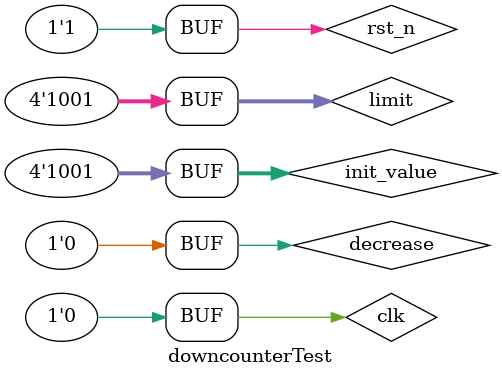
<source format=v>
`timescale 1ns / 1ps


module downcounterTest;

	// Inputs
	reg clk;
	reg rst_n;
	reg decrease;
	reg [3:0] init_value;
	reg [3:0] limit;

	// Outputs
	wire [3:0] value;
	wire borrow;

	// Instantiate the Unit Under Test (UUT)
	downcounter uut (
		.value(value), 
		.borrow(borrow), 
		.clk(clk), 
		.rst_n(rst_n), 
		.decrease(decrease), 
		.init_value(init_value), 
		.limit(limit)
	);

	initial begin
		// Initialize Inputs
		clk = 0;
		rst_n = 0;
		decrease = 0;
		init_value = 0;
		limit = 0;

		// Wait 100 ns for global reset to finish
		#100;
        
		// Add stimulus here
		limit = 4'd9;	init_value = 4'd9;	decrease = 1;	rst_n = 1;
		
		#50	clk = 1;
		#50	clk = 0;		//8
		#50	clk = 1;
		#50	clk = 0;		//7
		#50	clk = 1;
		#50	clk = 0;		//6
		#50	clk = 1;
		#50	clk = 0;		//5
		#50	clk = 1;
		#50	clk = 0;		//4
		#50	clk = 1;
		#50	clk = 0;		//3
		#50	clk = 1;
		#50	clk = 0;		//2
		#50	clk = 1;
		#50	clk = 0;		//1
		#50	clk = 1;
		#50	clk = 0;		//0
		#50	clk = 1;
		#50	clk = 0;		//9(borrowed)
		#50	clk = 1;
		#50	clk = 0;		
		
		#50	rst_n = 0;	//reset
		#50	clk = 1;
		#50	clk = 0;
		#50	clk = 1;
		#50	clk = 0;
		#50	rst_n = 1;	//reset off
		
		#50	clk = 1;
		#50	clk = 0;
		#50	clk = 1;
		#50	clk = 0;
		#50	clk = 1;
		#50	clk = 0;
		
		#50	decrease = 0;//decrease disabled
		#50	clk = 1;
		#50	clk = 0;
		#50	clk = 1;
		#50	clk = 0;
	end
      
endmodule


</source>
